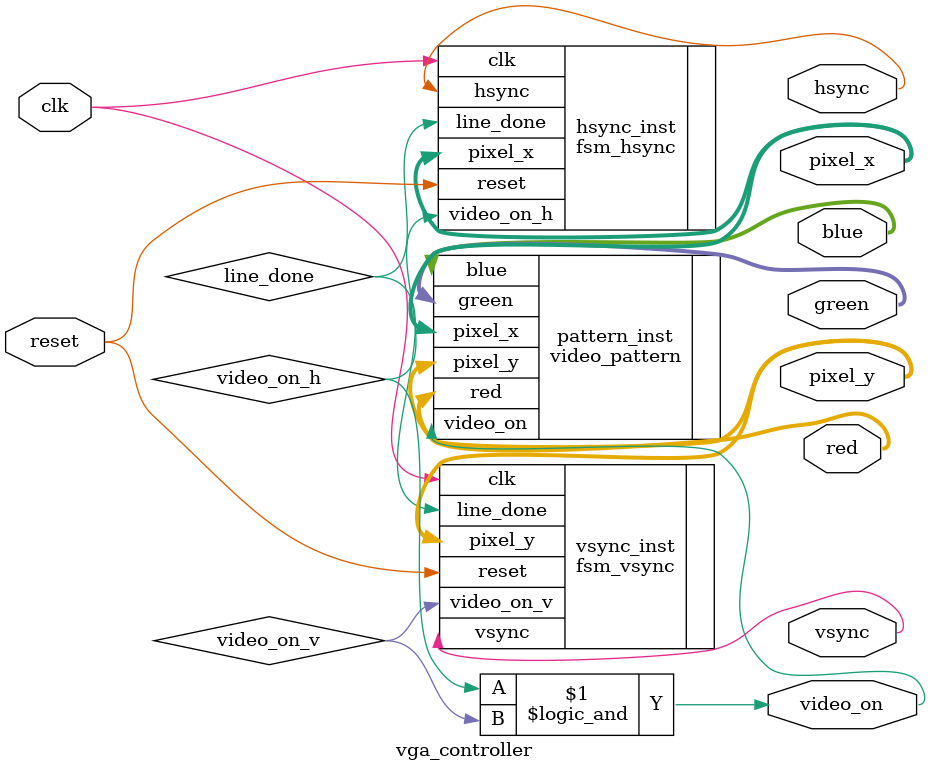
<source format=sv>
module vga_controller (
    input  logic        clk,
    input  logic        reset,

    output logic [10:0] pixel_x,     // Horizontal pixel position
    output logic [9:0]  pixel_y,     // Vertical line position
    output logic        hsync,
    output logic        vsync,
    output logic        video_on,
	 output logic [3:0]  red,
    output logic [3:0]  green,
    output logic [3:0]  blue
);

    // ─────────────────────────────────────
    // Intermediate Signals
    // ─────────────────────────────────────
    logic video_on_h, video_on_v;
    logic line_done;

    // ─────────────────────────────────────
    // HSYNC Controller Instance
    // ─────────────────────────────────────
    fsm_hsync hsync_inst (
        .clk        (clk),
        .reset      (reset),
        .pixel_x    (pixel_x),
        .hsync      (hsync),
        .video_on_h (video_on_h),
        .line_done  (line_done)
    );

    // ─────────────────────────────────────
    // VSYNC Controller Instance
    // ─────────────────────────────────────
    fsm_vsync vsync_inst (
        .clk        (clk),
        .reset      (reset),
        .line_done  (line_done),
        .pixel_y    (pixel_y),
        .vsync      (vsync),
        .video_on_v (video_on_v)
    );
	 
	 // ─────────────────────────────────────
	 // Instantiate RGB pattern generator
    // ─────────────────────────────────────
	 video_pattern pattern_inst (
		.pixel_x  (pixel_x),
		.pixel_y  (pixel_y),
		.video_on (video_on),
		.red      (red),
		.green    (green),
		.blue     (blue)
    );
	 
    // ─────────────────────────────────────
    // Final Output Logic
    // ─────────────────────────────────────
    assign video_on = video_on_h && video_on_v;

	 
endmodule

</source>
